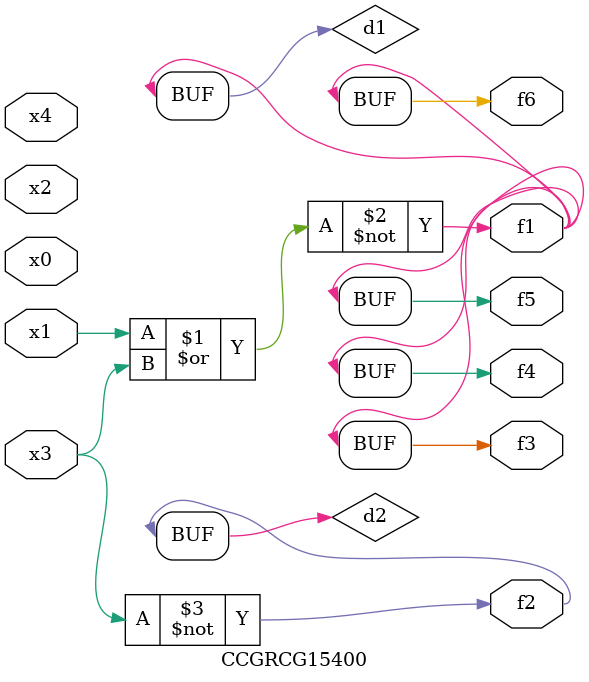
<source format=v>
module CCGRCG15400(
	input x0, x1, x2, x3, x4,
	output f1, f2, f3, f4, f5, f6
);

	wire d1, d2;

	nor (d1, x1, x3);
	not (d2, x3);
	assign f1 = d1;
	assign f2 = d2;
	assign f3 = d1;
	assign f4 = d1;
	assign f5 = d1;
	assign f6 = d1;
endmodule

</source>
